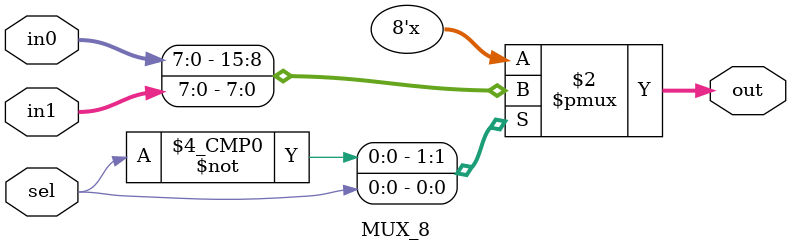
<source format=v>
module MUX_8(
	in0,
	in1,
	sel,
	out
);	

input [7:0] in0, in1;
input sel;
output reg [7:0] out;

always @(*) begin
	casex(sel)
		1'b0: out = in0;
		1'b1: out = in1;
		1'bx: out = in0;
	endcase
end
endmodule

</source>
